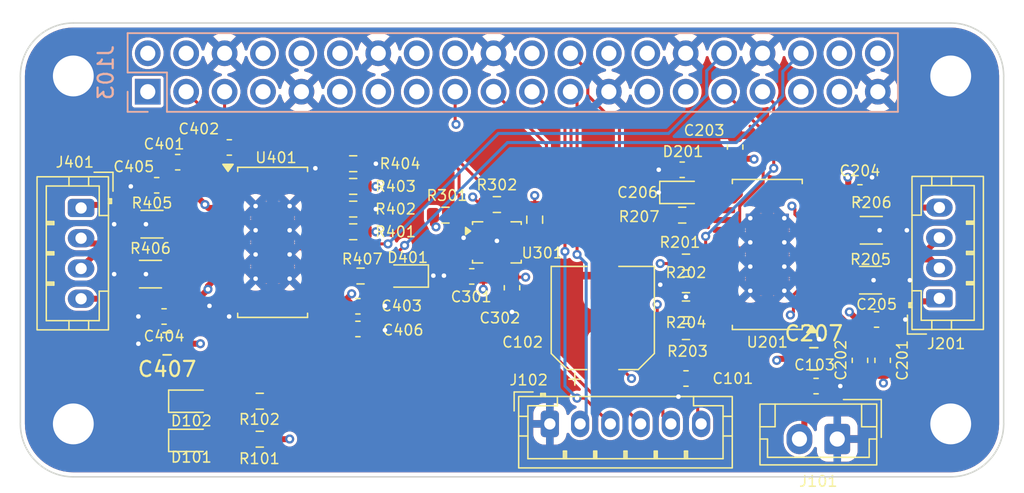
<source format=kicad_pcb>
(kicad_pcb (version 20241229) (generator "pcbnew") (generator_version "9.0")
  (layers (0 "F.Cu" signal) (4 "In1.Cu" signal "In1.Cu - GND") (6 "In2.Cu" signal "In2.Cu - SUPPLY") (2 "B.Cu" signal) (13 "F.Paste" user) (15 "B.Paste" user) (5 "F.SilkS" user "F.Silkscreen") (7 "B.SilkS" user "B.Silkscreen") (1 "F.Mask" user) (3 "B.Mask" user) (25 "Edge.Cuts" user))
  (net 0 "")
  (net 1 "GND")
  (net 2 "+3.3V")
  (net 3 "DIR1")
  (net 4 "SCLK")
  (net 5 "DIR2")
  (net 6 "MISO")
  (net 7 "STEP2")
  (net 8 "MOSI")
  (net 9 "SDA")
  (net 10 "CS")
  (net 11 "SCL")
  (net 12 "VCC")
  (net 13 "STEP1")
  (net 14 "Net-(U201-VCP)")
  (net 15 "Net-(U201-CPI)")
  (net 16 "Net-(U201-CPO)")
  (net 17 "Net-(U201-5VOUT)")
  (net 18 "Net-(U401-VCP)")
  (net 19 "Net-(U401-CPO)")
  (net 20 "Net-(U401-CPI)")
  (net 21 "Net-(U401-5VOUT)")
  (net 22 "Net-(D101-A)")
  (net 23 "Net-(D102-A)")
  (net 24 "Net-(D201-A)")
  (net 25 "Net-(D401-A)")
  (net 46 "Net-(J201-Pin_4)")
  (net 47 "Net-(J201-Pin_3)")
  (net 48 "Net-(J201-Pin_2)")
  (net 49 "Net-(J201-Pin_1)")
  (net 50 "Net-(J401-Pin_3)")
  (net 51 "Net-(J401-Pin_4)")
  (net 52 "Net-(J401-Pin_1)")
  (net 53 "Net-(J401-Pin_2)")
  (net 54 "Net-(U201-MS1)")
  (net 55 "Net-(U201-MS2)")
  (net 56 "Net-(U201-BRA)")
  (net 57 "Net-(U201-BRB)")
  (net 58 "Net-(U201-DIAG)")
  (net 59 "Net-(U301-CS)")
  (net 60 "Net-(U401-MS1)")
  (net 61 "Net-(U401-MS2)")
  (net 62 "Net-(U401-BRA)")
  (net 63 "Net-(U401-BRB)")
  (net 64 "Net-(U401-DIAG)")
  (footprint "Capacitor_SMD:C_0805_2012Metric" (layer "F.Cu") (at 148.95 118.7)
    (property "Reference" "C207")
    (property "Value" "10u")
  )
  (footprint "Resistor_SMD:R_0603_1608Metric" (layer "F.Cu") (at 118.5 108.8)
    (property "Reference" "R402")
    (property "Value" "10K")
  )
  (footprint "LED_SMD:LED_0603_1608Metric" (layer "F.Cu") (at 121.9875 113.225 180)
    (property "Reference" "D401")
    (property "Value" "LED")
  )
  (footprint "Resistor_SMD:R_1206_3216Metric" (layer "F.Cu") (at 152.75 110.2)
    (property "Reference" "R206")
    (property "Value" "220m")
  )
  (footprint "Resistor_SMD:R_0603_1608Metric" (layer "F.Cu") (at 124.6 109.2)
    (property "Reference" "R301")
    (property "Value" "10 K")
  )
  (footprint "Resistor_SMD:R_0603_1608Metric" (layer "F.Cu") (at 140.5 115.4 180)
    (property "Reference" "R204")
    (property "Value" "10K")
  )
  (footprint "Resistor_SMD:R_1206_3216Metric" (layer "F.Cu") (at 105.2 109.8 180)
    (property "Reference" "R405")
    (property "Value" "220m")
  )
  (footprint "Connector_JST:JST_PH_B4B-PH-K_1x04_P2.00mm_Vertical" (layer "F.Cu") (at 157.25 114.7 90)
    (property "Reference" "J201")
    (property "Value" "Conn_01x04")
  )
  (footprint "Resistor_SMD:R_0603_1608Metric" (layer "F.Cu") (at 118.9875 113.225)
    (property "Reference" "R407")
    (property "Value" "1k")
  )
  (footprint "Resistor_SMD:R_0603_1608Metric" (layer "F.Cu") (at 118.5 107.3 180)
    (property "Reference" "R403")
    (property "Value" "R_Small")
  )
  (footprint "Resistor_SMD:R_0603_1608Metric" (layer "F.Cu") (at 130.5 109.5 -90)
    (property "Reference" "R303" (hide yes))
    (property "Value" "10k")
  )
  (footprint "Resistor_SMD:R_0603_1608Metric" (layer "F.Cu") (at 140.25 109.2 180)
    (property "Reference" "R207")
    (property "Value" "1k")
  )
  (footprint "Capacitor_SMD:C_0603_1608Metric" (layer "F.Cu") (at 106.9 105.7)
    (property "Reference" "C401")
    (property "Value" "100n")
  )
  (footprint "Capacitor_SMD:C_0603_1608Metric" (layer "F.Cu") (at 110.3125 104.725 180)
    (property "Reference" "C402")
    (property "Value" "22n")
  )
  (footprint "Capacitor_SMD:CP_Elec_6.3x5.4" (layer "F.Cu") (at 135 116 90)
    (property "Reference" "C102")
    (property "Value" "330u")
  )
  (footprint "Capacitor_SMD:C_0603_1608Metric" (layer "F.Cu") (at 106 115.9 180)
    (property "Reference" "C404")
    (property "Value" "100n")
  )
  (footprint "Capacitor_SMD:C_0603_1608Metric" (layer "F.Cu") (at 153.1 116.1)
    (property "Reference" "C205")
    (property "Value" "100n")
  )
  (footprint "Capacitor_SMD:C_0603_1608Metric" (layer "F.Cu") (at 152 107.7)
    (property "Reference" "C204")
    (property "Value" "100n")
  )
  (footprint "Resistor_SMD:R_0603_1608Metric" (layer "F.Cu") (at 140.5 112.3)
    (property "Reference" "R201")
    (property "Value" "R_Small")
  )
  (footprint "Capacitor_SMD:C_0603_1608Metric" (layer "F.Cu") (at 126.3375 113.25 180)
    (property "Reference" "C301")
    (property "Value" "100nF")
  )
  (footprint "Capacitor_SMD:C_0603_1608Metric" (layer "F.Cu") (at 152 118.8 90)
    (property "Reference" "C202")
    (property "Value" "22n")
  )
  (footprint "Connector_JST:JST_EH_B2B-EH-A_1x02_P2.50mm_Vertical" (layer "F.Cu") (at 150.5 124 180)
    (property "Reference" "J101")
    (property "Value" "Conn_01x02")
  )
  (footprint "LED_SMD:LED_0603_1608Metric" (layer "F.Cu") (at 107.7875 124.09)
    (property "Reference" "D101")
    (property "Value" "LED")
  )
  (footprint "Resistor_SMD:R_1206_3216Metric" (layer "F.Cu") (at 152.7 113.5)
    (property "Reference" "R205")
    (property "Value" "220m")
  )
  (footprint "Connector_JST:JST_PH_B4B-PH-K_1x04_P2.00mm_Vertical" (layer "F.Cu") (at 100.5125 108.725 -90)
    (property "Reference" "J401")
    (property "Value" "Conn_01x04")
  )
  (footprint "Capacitor_SMD:C_0603_1608Metric" (layer "F.Cu") (at 153.5 118.8 90)
    (property "Reference" "C201")
    (property "Value" "100n")
  )
  (footprint "MountingHole:MountingHole_2.7mm_M2.5_Pad" (layer "F.Cu") (at 100 123)
    (property "Reference" "H101" (hide yes))
    (property "Value" "MountingHole_Pad")
  )
  (footprint "Connector_JST:JST_PH_B6B-PH-K_1x06_P2.00mm_Vertical" (layer "F.Cu") (at 131.5 123)
    (property "Reference" "J102")
    (property "Value" "Conn_01x06")
  )
  (footprint "Capacitor_SMD:C_0805_2012Metric" (layer "F.Cu") (at 106.2 117.7 180)
    (property "Reference" "C407")
    (property "Value" "10u")
  )
  (footprint "Resistor_SMD:R_0603_1608Metric" (layer "F.Cu") (at 112.325 124.01 180)
    (property "Reference" "R101")
    (property "Value" "6.8k")
  )
  (footprint "Package_SO:HTSSOP-28-1EP_4.4x9.7mm_P0.65mm_EP2.85x5.4mm_ThermalVias" (layer "F.Cu") (at 113.175 111)
    (property "Reference" "U401")
    (property "Value" "~")
  )
  (footprint "Capacitor_SMD:C_0603_1608Metric" (layer "F.Cu") (at 105.5125 107.225 180)
    (property "Reference" "C405")
    (property "Value" "100n")
  )
  (footprint "MountingHole:MountingHole_2.7mm_M2.5_Pad" (layer "F.Cu") (at 100 100)
    (property "Reference" "H102" (hide yes))
    (property "Value" "MountingHole_Pad")
  )
  (footprint "Resistor_SMD:R_1206_3216Metric" (layer "F.Cu") (at 105.1 113.1 180)
    (property "Reference" "R406")
    (property "Value" "220m")
  )
  (footprint "Capacitor_SMD:C_0603_1608Metric" (layer "F.Cu") (at 140.25 106.2 180)
    (property "Reference" "C206")
    (property "Value" "2u2")
  )
  (footprint "Package_SO:HTSSOP-28-1EP_4.4x9.7mm_P0.65mm_EP2.85x5.4mm_ThermalVias" (layer "F.Cu") (at 145.875 111.8 180)
    (property "Reference" "U201")
    (property "Value" "~")
  )
  (footprint "Capacitor_SMD:C_0603_1608Metric" (layer "F.Cu") (at 118.8125 116.725)
    (property "Reference" "C406")
    (property "Value" "2u2")
  )
  (footprint "MountingHole:MountingHole_2.7mm_M2.5_Pad" (layer "F.Cu") (at 158 123)
    (property "Reference" "H104" (hide yes))
    (property "Value" "MountingHole_Pad")
  )
  (footprint "Capacitor_SMD:C_0603_1608Metric" (layer "F.Cu") (at 143.75 104.7 90)
    (property "Reference" "C203")
    (property "Value" "100n")
  )
  (footprint "Capacitor_SMD:C_0603_1608Metric" (layer "F.Cu") (at 118.8125 115.225)
    (property "Reference" "C403")
    (property "Value" "100n")
  )
  (footprint "Resistor_SMD:R_0603_1608Metric" (layer "F.Cu") (at 140.5 116.9)
    (property "Reference" "R203")
    (property "Value" "R_Small")
  )
  (footprint "LED_SMD:LED_0603_1608Metric" (layer "F.Cu") (at 107.7875 121.5)
    (property "Reference" "D102")
    (property "Value" "LED")
  )
  (footprint "MountingHole:MountingHole_2.7mm_M2.5_Pad" (layer "F.Cu") (at 158 100)
    (property "Reference" "H103" (hide yes))
    (property "Value" "MountingHole_Pad")
  )
  (footprint "Resistor_SMD:R_0603_1608Metric" (layer "F.Cu") (at 118.5 105.8)
    (property "Reference" "R404")
    (property "Value" "10K")
  )
  (footprint "Capacitor_SMD:C_0603_1608Metric" (layer "F.Cu") (at 149.1 120.5)
    (property "Reference" "C103")
    (property "Value" "100n")
  )
  (footprint "Capacitor_SMD:C_0603_1608Metric" (layer "F.Cu") (at 140.5 120)
    (property "Reference" "C101")
    (property "Value" "100n")
  )
  (footprint "Capacitor_SMD:C_0603_1608Metric" (layer "F.Cu") (at 129 114 90)
    (property "Reference" "C302")
    (property "Value" "100nF")
  )
  (footprint "Resistor_SMD:R_0603_1608Metric" (layer "F.Cu") (at 128 108.5)
    (property "Reference" "R302")
    (property "Value" "10K")
  )
  (footprint "Package_LGA:LGA-14_3x2.5mm_P0.5mm_LayoutBorder3x4y" (layer "F.Cu") (at 128 111)
    (property "Reference" "U301")
    (property "Value" "LSM6DSOX")
  )
  (footprint "Resistor_SMD:R_0603_1608Metric" (layer "F.Cu") (at 140.5 113.8 180)
    (property "Reference" "R202")
    (property "Value" "10K")
  )
  (footprint "Resistor_SMD:R_0603_1608Metric" (layer "F.Cu") (at 118.5 110.3 180)
    (property "Reference" "R401")
    (property "Value" "R_Small")
  )
  (footprint "LED_SMD:LED_0603_1608Metric" (layer "F.Cu") (at 140.25 107.7)
    (property "Reference" "D201")
    (property "Value" "LED")
  )
  (footprint "Resistor_SMD:R_0603_1608Metric" (layer "F.Cu") (at 112.325 121.5 180)
    (property "Reference" "R102")
    (property "Value" "6.8k")
  )
  (footprint "Connector_PinSocket_2.54mm:PinSocket_2x20_P2.54mm_Vertical" (layer "B.Cu") (at 104.92 101.04 -90)
    (property "Reference" "J103")
    (property "Value" "Rpi 2W Zéro")
  )
  (gr_arc (start 161.5 123) (mid 160.474874 125.474874) (end 158 126.5) (stroke (width 0.1)) (layer "Edge.Cuts"))
  (gr_line (start 158 126.5) (end 100 126.5) (stroke (width 0.1)) (layer "Edge.Cuts"))
  (gr_arc (start 96.5 100) (mid 97.525126 97.525126) (end 100 96.5) (stroke (width 0.1)) (layer "Edge.Cuts"))
  (gr_line (start 161.5 100) (end 161.5 123) (stroke (width 0.1)) (layer "Edge.Cuts"))
  (gr_line (start 96.5 123) (end 96.5 100) (stroke (width 0.1)) (layer "Edge.Cuts"))
  (gr_arc (start 158 96.5) (mid 160.474874 97.525126) (end 161.5 100) (stroke (width 0.1)) (layer "Edge.Cuts"))
  (gr_line (start 100 96.5) (end 158 96.5) (stroke (width 0.1)) (layer "Edge.Cuts"))
  (gr_arc (start 100 126.5) (mid 97.525126 125.474874) (end 96.5 123) (stroke (width 0.1)) (layer "Edge.Cuts"))
  (segment (start 119.325 105.8) (end 120 105.8) (width 0.2) (layer "F.Cu") (net 1))
  (segment (start 143.0125 111.475) (end 145.55 111.475) (width 0.2) (layer "F.Cu") (net 1))
  (segment (start 140.5 114.6) (end 140.475 114.6) (width 0.2) (layer "F.Cu") (net 1))
  (segment (start 145.55 111.475) (end 145.875 111.8) (width 0.2) (layer "F.Cu") (net 1))
  (segment (start 140.475 114.6) (end 139.675 115.4) (width 0.2) (layer "F.Cu") (net 1))
  (segment (start 154.2125 110.2) (end 155.1 110.2) (width 0.2) (layer "F.Cu") (net 1))
  (segment (start 139.725 120) (end 139.725 120.925) (width 0.2) (layer "F.Cu") (net 1))
  (segment (start 105.225 115.9) (end 104.3 115.9) (width 0.4) (layer "F.Cu") (net 1))
  (segment (start 139.5 117.825) (end 139.5 117.9) (width 0.2) (layer "F.Cu") (net 1))
  (segment (start 154.2125 110.2) (end 153.3 110.2) (width 0.2) (layer "F.Cu") (net 1))
  (segment (start 119.325 108.8) (end 120 108.8) (width 0.2) (layer "F.Cu") (net 1))
  (segment (start 139.425 107.7375) (end 139.4625 107.7) (width 0.2) (layer "F.Cu") (net 1))
  (segment (start 113.5 111.325) (end 113.175 111) (width 0.2) (layer "F.Cu") (net 1))
  (segment (start 154.1625 113.5) (end 155.3 113.5) (width 0.4) (layer "F.Cu") (net 1))
  (segment (start 152.775 107.7) (end 152.775 106.725) (width 0.4) (layer "F.Cu") (net 1))
  (segment (start 116.0375 111.325) (end 113.5 111.325) (width 0.2) (layer "F.Cu") (net 1))
  (segment (start 153.875 116.1) (end 155 116.1) (width 0.4) (layer "F.Cu") (net 1))
  (segment (start 105.25 117.7) (end 104.3 117.7) (width 0.2) (layer "F.Cu") (net 1))
  (segment (start 103.6375 113.1) (end 102.7 113.1) (width 0.4) (layer "F.Cu") (net 1))
  (segment (start 149.9 118) (end 149.3 117.4) (width 0.2) (layer "F.Cu") (net 1))
  (segment (start 149.875 120.5) (end 150.7 120.5) (width 0.2) (layer "F.Cu") (net 1))
  (segment (start 139.725 120.925) (end 140 121.2) (width 0.2) (layer "F.Cu") (net 1))
  (segment (start 154.1625 113.5) (end 152.9 113.5) (width 0.4) (layer "F.Cu") (net 1))
  (segment (start 116.0375 106.1375) (end 116 106.1) (width 0.2) (layer "F.Cu") (net 1))
  (segment (start 139.475 106.2) (end 138.7 106.2) (width 0.2) (layer "F.Cu") (net 1))
  (segment (start 103.7375 109.8) (end 104.8 109.8) (width 0.4) (layer "F.Cu") (net 1))
  (segment (start 139.4625 107.7) (end 138.7 107.7) (width 0.2) (layer "F.Cu") (net 1))
  (segment (start 103.6375 113.1) (end 104.8 113.1) (width 0.4) (layer "F.Cu") (net 1))
  (segment (start 152.775 106.725) (end 152.8 106.7) (width 0.4) (layer "F.Cu") (net 1))
  (segment (start 149.9 118.7) (end 149.9 118) (width 0.2) (layer "F.Cu") (net 1))
  (segment (start 139.675 113.8) (end 138.8 113.8) (width 0.2) (layer "F.Cu") (net 1))
  (segment (start 103.7375 109.8) (end 102.7 109.8) (width 0.4) (layer "F.Cu") (net 1))
  (segment (start 116.0375 106.775) (end 116.0375 106.1375) (width 0.2) (layer "F.Cu") (net 1))
  (via (at 152.8 106.7) (size 0.6) (drill 0.3) (layers "F.Cu" "B.Cu") (net 1))
  (via (at 155.3 113.5) (size 0.6) (drill 0.3) (layers "F.Cu" "B.Cu") (net 1))
  (via (at 149.3 117.4) (size 0.6) (drill 0.3) (layers "F.Cu" "B.Cu") (net 1))
  (via (at 138.7 107.7) (size 0.6) (drill 0.3) (layers "F.Cu" "B.Cu") (net 1))
  (via (at 138.8 113.8) (size 0.6) (drill 0.3) (layers "F.Cu" "B.Cu") (net 1))
  (via (at 110.3 115.9) (size 0.6) (drill 0.3) (layers "F.Cu" "B.Cu") (net 1))
  (via (at 120.6 116.8) (size 0.6) (drill 0.3) (layers "F.Cu" "B.Cu") (net 1))
  (via (at 129 115.6) (size 0.6) (drill 0.3) (layers "F.Cu" "B.Cu") (net 1))
  (via (at 120 105.8) (size 0.6) (drill 0.3) (layers "F.Cu" "B.Cu") (net 1))
  (via (at 116 106.1) (size 0.6) (drill 0.3) (layers "F.Cu" "B.Cu") (net 1))
  (via (at 104.3 117.7) (size 0.6) (drill 0.3) (layers "F.Cu" "B.Cu") (net 1))
  (via (at 153.3 110.2) (size 0.6) (drill 0.3) (layers "F.Cu" "B.Cu") (net 1))
  (via (at 155.1 110.2) (size 0.6) (drill 0.3) (layers "F.Cu" "B.Cu") (net 1))
  (via (at 155 116.1) (size 0.6) (drill 0.3) (layers "F.Cu" "B.Cu") (net 1))
  (via (at 152.9 113.5) (size 0.6) (drill 0.3) (layers "F.Cu" "B.Cu") (net 1))
  (via (at 104.8 109.8) (size 0.6) (drill 0.3) (layers "F.Cu" "B.Cu") (net 1))
  (via (at 128 110.9) (size 0.6) (drill 0.3) (layers "F.Cu" "B.Cu") (net 1))
  (via (at 140 121.2) (size 0.6) (drill 0.3) (layers "F.Cu" "B.Cu") (net 1))
  (via (at 104.8 113.1) (size 0.6) (drill 0.3) (layers "F.Cu" "B.Cu") (net 1))
  (via (at 123.8 113.2) (size 0.6) (drill 0.3) (layers "F.Cu" "B.Cu") (net 1))
  (via (at 138.7 106.2) (size 0.6) (drill 0.3) (layers "F.Cu" "B.Cu") (net 1))
  (via (at 120 108.8) (size 0.6) (drill 0.3) (layers "F.Cu" "B.Cu") (net 1))
  (via (at 125.8 110.7) (size 0.6) (drill 0.3) (layers "F.Cu" "B.Cu") (net 1))
  (via (at 102.7 109.8) (size 0.6) (drill 0.3) (layers "F.Cu" "B.Cu") (net 1))
  (via (at 150.7 120.5) (size 0.6) (drill 0.3) (layers "F.Cu" "B.Cu") (net 1))
  (via (at 104.3 115.9) (size 0.6) (drill 0.3) (layers "F.Cu" "B.Cu") (net 1))
  (via (at 140.5 114.6) (size 0.6) (drill 0.3) (layers "F.Cu" "B.Cu") (net 1))
  (via (at 120.6 115.2) (size 0.6) (drill 0.3) (layers "F.Cu" "B.Cu") (net 1))
  (via (at 124.5 113.2) (size 0.6) (drill 0.3) (layers "F.Cu" "B.Cu") (net 1))
  (via (at 103.8 107.3) (size 0.6) (drill 0.3) (layers "F.Cu" "B.Cu") (net 1))
  (via (at 102.7 113.1) (size 0.6) (drill 0.3) (layers "F.Cu" "B.Cu") (net 1))
  (via (at 109 115.2) (size 0.6) (drill 0.3) (layers "F.Cu" "B.Cu") (net 1))
  (segment (start 139.575 112.4) (end 139.675 112.3) (width 0.2) (layer "F.Cu") (net 2))
  (segment (start 118.0375 114.7625) (end 118.4 114.4) (width 0.4) (layer "F.Cu") (net 2))
  (segment (start 138.6 118.114064) (end 138.6 117) (width 0.2) (layer "F.Cu") (net 2))
  (segment (start 130.5 108.675) (end 130.5 107.9) (width 0.2) (layer "F.Cu") (net 2))
  (segment (start 129.1625 111.75) (end 129.1625 113.0625) (width 0.2) (layer "F.Cu") (net 2))
  (segment (start 116.0375 114.575) (end 115.300001 114.575) (width 0.4) (layer "F.Cu") (net 2))
  (segment (start 141.275 120) (end 140.499 119.224) (width 0.2) (layer "F.Cu") (net 2))
  (segment (start 125.24 101.04) (end 125.24 103.14) (width 0.2) (layer "F.Cu") (net 2))
  (segment (start 127.175 108.5) (end 126.9 108.5) (width 0.2) (layer "F.Cu") (net 2))
  (segment (start 127.1125 114.0875) (end 127.1 114.1) (width 0.2) (layer "F.Cu") (net 2))
  (segment (start 129.9 113.3) (end 129.3 113.3) (width 0.2) (layer "F.Cu") (net 2))
  (segment (start 138.7 116.9) (end 138.6 117) (width 0.2) (layer "F.Cu") (net 2))
  (segment (start 123.775 109.775) (end 123.974265 109.974265) (width 0.4) (layer "F.Cu") (net 2))
  (segment (start 138.6 117) (end 138.6 115.1) (width 0.2) (layer "F.Cu") (net 2))
  (segment (start 129.225 113.225) (end 129 113.225) (width 0.2) (layer "F.Cu") (net 2))
  (segment (start 141.275 120) (end 141.275 122.775) (width 0.2) (layer "F.Cu") (net 2))
  (segment (start 144.051 105.776) (end 143.75 105.475) (width 0.4) (layer "F.Cu") (net 2))
  (segment (start 144.975 105.475) (end 145 105.5) (width 0.4) (layer "F.Cu") (net 2))
  (segment (start 123.775 109.2) (end 123.775 109.775) (width 0.4) (layer "F.Cu") (net 2))
  (segment (start 143.0125 108.225) (end 143.66987 108.225) (width 0.4) (layer "F.Cu") (net 2))
  (segment (start 125.24 101.04) (end 125.24 101.76) (width 0.1) (layer "F.Cu") (net 2))
  (segment (start 116.0375 114.575) (end 117.3875 114.575) (width 0.4) (layer "F.Cu") (net 2))
  (segment (start 141.5 120.225) (end 141.275 120) (width 0.1) (layer "F.Cu") (net 2))
  (segment (start 129.1625 113.0625) (end 129 113.225) (width 0.2) (layer "F.Cu") (net 2))
  (segment (start 117.3875 114.575) (end 118.0375 115.225) (width 0.4) (layer "F.Cu") (net 2))
  (segment (start 113.15 116.725001) (end 113.15 121.5) (width 0.4) (layer "F.Cu") (net 2))
  (segment (start 140.499 119.224) (end 139.709936 119.224) (width 0.2) (layer "F.Cu") (net 2))
  (segment (start 129.3 113.3) (end 129.225 113.225) (width 0.2) (layer "F.Cu") (net 2))
  (segment (start 139.675 116.9) (end 138.7 116.9) (width 0.2) (layer "F.Cu") (net 2))
  (segment (start 141.275 122.775) (end 141.5 123) (width 0.2) (layer "F.Cu") (net 2))
  (segment (start 118.0375 115.225) (end 118.0375 114.7625) (width 0.4) (layer "F.Cu") (net 2))
  (segment (start 115.300001 114.575) (end 113.15 116.725001) (width 0.4) (layer "F.Cu") (net 2))
  (segment (start 144.051 107.84387) (end 144.051 105.776) (width 0.4) (layer "F.Cu") (net 2))
  (segment (start 143.66987 108.225) (end 144.051 107.84387) (width 0.4) (layer "F.Cu") (net 2))
  (segment (start 127.1125 113.25) (end 127.1125 114.0875) (width 0.2) (layer "F.Cu") (net 2))
  (segment (start 119.325 107.3) (end 120 107.3) (width 0.2) (layer "F.Cu") (net 2))
  (segment (start 127.5 111.9125) (end 127.5 112.8625) (width 0.2) (layer "F.Cu") (net 2))
  (segment (start 127.5 112.8625) (end 127.1125 113.25) (width 0.2) (layer "F.Cu") (net 2))
  (segment (start 139.709936 119.224) (end 138.6 118.114064) (width 0.2) (layer "F.Cu") (net 2))
  (segment (start 143.75 105.475) (end 144.975 105.475) (width 0.4) (layer "F.Cu") (net 2))
  (segment (start 119.325 110.3) (end 120 110.3) (width 0.2) (layer "F.Cu") (net 2))
  (segment (start 138.8 112.4) (end 139.575 112.4) (width 0.2) (layer "F.Cu") (net 2))
  (segment (start 125.24 103.14) (end 125.3 103.2) (width 0.2) (layer "F.Cu") (net 2))
  (segment (start 126.9 108.5) (end 126.4 108) (width 0.2) (layer "F.Cu") (net 2))
  (via (at 120 107.3) (size 0.6) (drill 0.3) (layers "F.Cu" "B.Cu") (net 2))
  (via (at 120 110.3) (size 0.6) (drill 0.3) (layers "F.Cu" "B.Cu") (net 2))
  (via (at 123.974265 109.974265) (size 0.6) (drill 0.3) (layers "F.Cu" "B.Cu") (net 2))
  (via (at 127.1 114.1) (size 0.6) (drill 0.3) (layers "F.Cu" "B.Cu") (net 2))
  (via (at 145 105.5) (size 0.6) (drill 0.3) (layers "F.Cu" "B.Cu") (net 2))
  (via (at 129.9 113.3) (size 0.6) (drill 0.3) (layers "F.Cu" "B.Cu") (net 2))
  (via (at 118.4 114.4) (size 0.6) (drill 0.3) (layers "F.Cu" "B.Cu") (net 2))
  (via (at 138.6 115.1) (size 0.6) (drill 0.3) (layers "F.Cu" "B.Cu") (net 2))
  (via (at 125.3 103.2) (size 0.6) (drill 0.3) (layers "F.Cu" "B.Cu") (net 2))
  (via (at 130.5 107.9) (size 0.6) (drill 0.3) (layers "F.Cu" "B.Cu") (net 2))
  (via (at 138.8 112.4) (size 0.6) (drill 0.3) (layers "F.Cu" "B.Cu") (net 2))
  (via (at 126.4 108) (size 0.6) (drill 0.3) (layers "F.Cu" "B.Cu") (net 2))
  (segment (start 116.0375 111.975) (end 121.125 111.975) (width 0.2) (layer "F.Cu") (net 3))
  (segment (start 121.125 111.975) (end 121.9 111.2) (width 0.2) (layer "F.Cu") (net 3))
  (via (at 121.9 111.2) (size 0.6) (drill 0.3) (layers "F.Cu" "B.Cu") (net 3))
  (segment (start 121.9 111.2) (end 128.699 104.401) (width 0.2) (layer "B.Cu") (net 3))
  (segment (start 146.9 101.32776) (end 146.9 99.7) (width 0.2) (layer "B.Cu") (net 3))
  (segment (start 146.9 99.7) (end 148.1 98.5) (width 0.2) (layer "B.Cu") (net 3))
  (segment (start 128.699 104.401) (end 143.82676 104.401) (width 0.2) (layer "B.Cu") (net 3))
  (segment (start 143.82676 104.401) (end 146.9 101.32776) (width 0.2) (layer "B.Cu") (net 3))
  (segment (start 132.86 101.04) (end 133.3 101.48) (width 0.2) (layer "F.Cu") (net 4))
  (segment (start 133.3 101.48) (end 133.3 111.8) (width 0.2) (layer "F.Cu") (net 4))
  (via (at 133.3 111.8) (size 0.6) (drill 0.3) (layers "F.Cu" "B.Cu") (net 4))
  (segment (start 133.901 122.599) (end 133.5 123) (width 0.2) (layer "B.Cu") (net 4))
  (segment (start 133.3 111.8) (end 133.901 112.401) (width 0.2) (layer "B.Cu") (net 4))
  (segment (start 133.901 112.401) (end 133.901 122.599) (width 0.2) (layer "B.Cu") (net 4))
  (segment (start 143.02 101.04) (end 145.601 103.621) (width 0.2) (layer "F.Cu") (net 5))
  (segment (start 143.66987 110.825) (end 143.0125 110.825) (width 0.2) (layer "F.Cu") (net 5))
  (segment (start 145.601 107.05613) (end 144.051 108.60613) (width 0.2) (layer "F.Cu") (net 5))
  (segment (start 144.051 108.60613) (end 144.051 110.44387) (width 0.2) (layer "F.Cu") (net 5))
  (segment (start 145.601 103.621) (end 145.601 107.05613) (width 0.2) (layer "F.Cu") (net 5))
  (segment (start 144.051 110.44387) (end 143.66987 110.825) (width 0.2) (layer "F.Cu") (net 5))
  (segment (start 133.3 121.3) (end 133.8 121.3) (width 0.2) (layer "F.Cu") (net 6))
  (segment (start 133.8 121.3) (end 135.5 123) (width 0.2) (layer "F.Cu") (net 6))
  (segment (start 130.32 101.04) (end 132.5 103.22) (width 0.2) (layer "F.Cu") (net 6))
  (segment (start 132.5 103.22) (end 132.5 111.6) (width 0.2) (layer "F.Cu") (net 6))
  (via (at 133.3 121.3) (size 0.6) (drill 0.3) (layers "F.Cu" "B.Cu") (net 6))
  (via (at 132.5 111.6) (size 0.6) (drill 0.3) (layers "F.Cu" "B.Cu") (net 6))
  (segment (start 133.3 121.3) (end 133.301 121.301) (width 0.2) (layer "B.Cu") (net 6))
  (segment (start 132.5 111.6) (end 132.5 120.5) (width 0.2) (layer "B.Cu") (net 6))
  (segment (start 132.5 120.5) (end 133.3 121.3) (width 0.2) (layer "B.Cu") (net 6))
  (segment (start 142.497642 112.125) (end 141.8 111.427358) (width 0.2) (layer "F.Cu") (net 7))
  (segment (start 143.0125 112.125) (end 142.497642 112.125) (width 0.2) (layer "F.Cu") (net 7))
  (segment (start 141.8 110.6) (end 141.7 110.7) (width 0.2) (layer "F.Cu") (net 7))
  (segment (start 146.3 101.78) (end 146.3 106.1) (width 0.2) (layer "F.Cu") (net 7))
  (segment (start 141.8 111.427358) (end 141.8 110.6) (width 0.2) (layer "F.Cu") (net 7))
  (segment (start 145.56 101.04) (end 146.3 101.78) (width 0.2) (layer "F.Cu") (net 7))
  (via (at 141.8 110.6) (size 0.6) (drill 0.3) (layers "F.Cu" "B.Cu") (net 7))
  (via (at 146.3 106.1) (size 0.6) (drill 0.3) (layers "F.Cu" "B.Cu") (net 7))
  (segment (start 141.8 110.6) (end 146.3 106.1) (width 0.2) (layer "B.Cu") (net 7))
  (segment (start 135.125397 121.825397) (end 136.325397 121.825397) (width 0.2) (layer "F.Cu") (net 8))
  (segment (start 136.325397 121.825397) (end 137.5 123) (width 0.2) (layer "F.Cu") (net 8))
  (segment (start 127.78 101.04) (end 131.276 104.536) (width 0.2) (layer "F.Cu") (net 8))
  (segment (start 131.276 117.976) (end 135.125397 121.825397) (width 0.2) (layer "F.Cu") (net 8))
  (segment (start 131.276 104.536) (end 131.276 117.976) (width 0.2) (layer "F.Cu") (net 8))
  (segment (start 123.245964 103.949) (end 125.5 106.203036) (width 0.2) (layer "F.Cu") (net 9))
  (segment (start 127.5 110.048152) (end 127.5 110.0875) (width 0.2) (layer "F.Cu") (net 9))
  (segment (start 107.46 101.04) (end 110.369 103.949) (width 0.2) (layer "F.Cu") (net 9))
  (segment (start 126.626848 109.175) (end 127.175924 109.724076) (width 0.2) (layer "F.Cu") (net 9))
  (segment (start 125.5 109.175) (end 126.626848 109.175) (width 0.2) (layer "F.Cu") (net 9))
  (segment (start 110.369 103.949) (end 123.245964 103.949) (width 0.2) (layer "F.Cu") (net 9))
  (segment (start 127.175924 109.724076) (end 127.5 110.048152) (width 0.2) (layer "F.Cu") (net 9))
  (segment (start 125.5 106.203036) (end 125.5 109.175) (width 0.2) (layer "F.Cu") (net 9))
  (segment (start 136.101 103.36876) (end 134.011 101.27876) (width 0.2) (layer "F.Cu") (net 10))
  (segment (start 134.011 101.27876) (end 134.011 99.651) (width 0.2) (layer "F.Cu") (net 10))
  (segment (start 134.011 99.651) (end 132.86 98.5) (width 0.2) (layer "F.Cu") (net 10))
  (segment (start 138.974 119.055164) (end 136.101 116.182164) (width 0.2) (layer "F.Cu") (net 10))
  (segment (start 139.5 123) (end 138.974 122.474) (width 0.2) (layer "F.Cu") (net 10))
  (segment (start 138.974 122.474) (end 138.974 119.055164) (width 0.2) (layer "F.Cu") (net 10))
  (segment (start 136.101 116.182164) (end 136.101 103.36876) (width 0.2) (layer "F.Cu") (net 10))
  (segment (start 127.164064 107.3) (end 128.3 107.3) (width 0.2) (layer "F.Cu") (net 11))
  (segment (start 128.3 107.3) (end 128.825 107.825) (width 0.2) (layer "F.Cu") (net 11))
  (segment (start 128.825 108.5) (end 128 109.325) (width 0.2) (layer "F.Cu") (net 11))
  (segment (start 110 101.04) (end 110 102.948) (width 0.2) (layer "F.Cu") (net 11))
  (segment (start 110 102.948) (end 110.6 103.548) (width 0.2) (layer "F.Cu") (net 11))
  (segment (start 128.825 107.825) (end 128.825 108.5) (width 0.2) (layer "F.Cu") (net 11))
  (segment (start 110.6 103.548) (end 123.412064 103.548) (width 0.2) (layer "F.Cu") (net 11))
  (segment (start 123.412064 103.548) (end 127.164064 107.3) (width 0.2) (layer "F.Cu") (net 11))
  (segment (start 128 109.325) (end 128 110.0875) (width 0.2) (layer "F.Cu") (net 11))
  (segment (start 107.1 115.9) (end 108.9 114.1) (width 0.4) (layer "F.Cu") (net 12))
  (segment (start 153.5 120.25) (end 153.55 120.3) (width 0.2) (layer "F.Cu") (net 12))
  (segment (start 108.9 114.1) (end 108.9 113.888708) (width 0.4) (layer "F.Cu") (net 12))
  (segment (start 135 118.8) (end 135.7 118.8) (width 0.2) (layer "F.Cu") (net 12))
  (segment (start 151.8 116.1) (end 151.3 115.6) (width 0.4) (layer "F.Cu") (net 12))
  (segment (start 148.7375 114.075) (end 148.000001 114.075) (width 0.2) (layer "F.Cu") (net 12))
  (segment (start 114.29 124.01) (end 114.3 124) (width 0.4) (layer "F.Cu") (net 12))
  (segment (start 110.3125 108.725) (end 108.925 108.725) (width 0.4) (layer "F.Cu") (net 12))
  (segment (start 148 118.7) (end 146.6 118.7) (width 0.4) (layer "F.Cu") (net 12))
  (segment (start 146.6 118.7) (end 146.5 118.8) (width 0.4) (layer "F.Cu") (net 12))
  (segment (start 151.225 107.7) (end 151.225 106.725) (width 0.4) (layer "F.Cu") (net 12))
  (segment (start 107.15 117.7) (end 108.4 117.7) (width 0.4) (layer "F.Cu") (net 12))
  (segment (start 106.2875 105.8625) (end 106.125 105.7) (width 0.4) (layer "F.Cu") (net 12))
  (segment (start 109.513708 113.275) (end 110.3125 113.275) (width 0.4) (layer "F.Cu") (net 12))
  (segment (start 106.2875 107.225) (end 107.425 107.225) (width 0.4) (layer "F.Cu") (net 12))
  (segment (start 106.775 115.9) (end 107.1 115.9) (width 0.4) (layer "F.Cu") (net 12))
  (segment (start 108.925 108.725) (end 108.7 108.5) (width 0.4) (layer "F.Cu") (net 12))
  (segment (start 148.325 120.5) (end 148.325 123.675) (width 0.4) (layer "F.Cu") (net 12))
  (segment (start 147.699 109.14387) (end 147.699 108.799) (width 0.2) (layer "F.Cu") (net 12))
  (segment (start 153.5 119.575) (end 153.5 120.25) (width 0.2) (layer "F.Cu") (net 12))
  (segment (start 147.601 114.474001) (end 147.601 115.599) (width 0.2) (layer "F.Cu") (net 12))
  (segment (start 152.325 116.1) (end 151.8 116.1) (width 0.4) (layer "F.Cu") (net 12))
  (segment (start 147.699 108.799) (end 147.5 108.6) (width 0.2) (layer "F.Cu") (net 12))
  (segment (start 148.7375 109.525) (end 148.08013 109.525) (width 0.2) (layer "F.Cu") (net 12))
  (segment (start 108.9 113.888708) (end 109.513708 113.275) (width 0.4) (layer "F.Cu") (net 12))
  (segment (start 135.7 118.8) (end 136.9 120) (width 0.2) (layer "F.Cu") (net 12))
  (segment (start 148.08013 109.525) (end 147.699 109.14387) (width 0.2) (layer "F.Cu") (net 12))
  (segment (start 113.15 124.01) (end 114.29 124.01) (width 0.4) (layer "F.Cu") (net 12))
  (segment (start 107.425 107.225) (end 108.7 108.5) (width 0.4) (layer "F.Cu") (net 12))
  (segment (start 151.225 106.725) (end 151.2 106.7) (width 0.4) (layer "F.Cu") (net 12))
  (segment (start 108.9 113.950001) (end 108.9 114.1) (width 0.2) (layer "F.Cu") (net 12))
  (segment (start 148.000001 114.075) (end 147.601 114.474001) (width 0.2) (layer "F.Cu") (net 12))
  (segment (start 148.325 123.675) (end 148 124) (width 0.4) (layer "F.Cu") (net 12))
  (segment (start 147.601 115.599) (end 147.4 115.8) (width 0.2) (layer "F.Cu") (net 12))
  (segment (start 148.7375 109.525) (end 149.474999 109.525) (width 0.2) (layer "F.Cu") (net 12))
  (segment (start 106.2875 107.225) (end 106.2875 105.8625) (width 0.4) (layer "F.Cu") (net 12))
  (via (at 151.2 106.7) (size 0.6) (drill 0.3) (layers "F.Cu" "B.Cu") (net 12))
  (via (at 147.4 115.8) (size 0.6) (drill 0.3) (layers "F.Cu" "B.Cu") (net 12))
  (via (at 146.5 118.8) (size 0.6) (drill 0.3) (layers "F.Cu" "B.Cu") (net 12))
  (via (at 108.7 108.5) (size 0.6) (drill 0.3) (layers "F.Cu" "B.Cu") (net 12))
  (via (at 147.5 108.6) (size 0.6) (drill 0.3) (layers "F.Cu" "B.Cu") (net 12))
  (via (at 153.55 120.3) (size 0.6) (drill 0.3) (layers "F.Cu" "B.Cu") (net 12))
  (via (at 108.9 114.1) (size 0.6) (drill 0.3) (layers "F.Cu" "B.Cu") (net 12))
  (via (at 108.4 117.7) (size 0.6) (drill 0.3) (layers "F.Cu" "B.Cu") (net 12))
  (via (at 151.3 115.6) (size 0.6) (drill 0.3) (layers "F.Cu" "B.Cu") (net 12))
  (via (at 114.3 124) (size 0.6) (drill 0.3) (layers "F.Cu" "B.Cu") (net 12))
  (via (at 136.9 120) (size 0.6) (drill 0.3) (layers "F.Cu" "B.Cu") (net 12))
  (segment (start 117.199999 111.1) (end 116.774999 110.675) (width 0.2) (layer "F.Cu") (net 13))
  (segment (start 120.8 111.1) (end 117.199999 111.1) (width 0.2) (layer "F.Cu") (net 13))
  (segment (start 116.774999 110.675) (end 116.0375 110.675) (width 0.2) (layer "F.Cu") (net 13))
  (via (at 120.8 111.1) (size 0.6) (drill 0.3) (layers "F.Cu" "B.Cu") (net 13))
  (segment (start 139.34776 103.8) (end 141.869 101.27876) (width 0.2) (layer "B.Cu") (net 13))
  (segment (start 120.8 111.1) (end 128.1 103.8) (width 0.2) (layer "B.Cu") (net 13))
  (segment (start 141.869 101.27876) (end 141.869 99.651) (width 0.2) (layer "B.Cu") (net 13))
  (segment (start 141.869 99.651) (end 143.02 98.5) (width 0.2) (layer "B.Cu") (net 13))
  (segment (start 128.1 103.8) (end 139.34776 103.8) (width 0.2) (layer "B.Cu") (net 13))
  (segment (start 148.7375 114.725) (end 149.645768 114.725) (width 0.2) (layer "F.Cu") (net 14))
  (segment (start 149.645768 114.725) (end 151.720768 116.8) (width 0.2) (layer "F.Cu") (net 14))
  (segment (start 152.9 116.8) (end 153.5 117.4) (width 0.2) (layer "F.Cu") (net 14))
  (segment (start 153.5 117.4) (end 153.5 118.025) (width 0.2) (layer "F.Cu") (net 14))
  (segment (start 151.720768 116.8) (end 152.9 116.8) (width 0.2) (layer "F.Cu") (net 14))
  (segment (start 152 117.50491) (end 152 118.025) (width 0.2) (layer "F.Cu") (net 15))
  (segment (start 149.87009 115.375) (end 152 117.50491) (width 0.2) (layer "F.Cu") (net 15))
  (segment (start 148.7375 115.375) (end 149.87009 115.375) (width 0.2) (layer "F.Cu") (net 15))
  (segment (start 152 119.2875) (end 152 119.575) (width 0.2) (layer "F.Cu") (net 16))
  (segment (start 148.7375 116.025) (end 152 119.2875) (width 0.2) (layer "F.Cu") (net 16))
  (segment (start 141.6375 106.2) (end 143.0125 107.575) (width 0.2) (layer "F.Cu") (net 17))
  (segment (start 141.025 106.2) (end 141.6375 106.2) (width 0.2) (layer "F.Cu") (net 17))
  (segment (start 110.3125 108.075) (end 109.175 108.075) (width 0.2) (layer "F.Cu") (net 18))
  (segment (start 109.175 108.075) (end 107.675 106.575) (width 0.2) (layer "F.Cu") (net 18))
  (segment (start 107.675 106.575) (end 107.675 105.7) (width 0.2) (layer "F.Cu") (net 18))
  (segment (start 110.3125 106.775) (end 111.0875 106) (width 0.2) (layer "F.Cu") (net 19))
  (segment (start 111.0875 106) (end 111.0875 104.725) (width 0.2) (layer "F.Cu") (net 19))
  (segment (start 110.3125 107.425) (end 109.65513 107.425) (width 0.2) (layer "F.Cu") (net 20))
  (segment (start 109.5375 104.725) (end 109.324 104.9385) (width 0.1) (layer "F.Cu") (net 20))
  (segment (start 109.65513 107.425) (end 109.274 107.04387) (width 0.2) (layer "F.Cu") (net 20))
  (segment (start 109.274 104.9885) (end 109.5375 104.725) (width 0.2) (layer "F.Cu") (net 20))
  (segment (start 109.575001 107.425) (end 110.3125 107.425) (width 0.1) (layer "F.Cu") (net 20))
  (segment (start 109.274 107.04387) (end 109.274 104.9885) (width 0.2) (layer "F.Cu") (net 20))
  (segment (start 117.5375 116.725) (end 118.0375 116.725) (width 0.2) (layer "F.Cu") (net 21))
  (segment (start 116.0375 115.225) (end 117.5375 116.725) (width 0.2) (layer "F.Cu") (net 21))
  (segment (start 108.575 124.09) (end 111.42 124.09) (width 0.2) (layer "F.Cu") (net 22))
  (segment (start 111.42 124.09) (end 111.5 124.01) (width 0.2) (layer "F.Cu") (net 22))
  (segment (start 111.5 121.5) (end 108.575 121.5) (width 0.2) (layer "F.Cu") (net 23))
  (segment (start 139.5375 109.2) (end 141.0375 107.7) (width 0.2) (layer "F.Cu") (net 24))
  (segment (start 139.425 109.2) (end 139.5375 109.2) (width 0.2) (layer "F.Cu") (net 24))
  (segment (start 119.8125 113.225) (end 121.2 113.225) (width 0.2) (layer "F.Cu") (net 25))
  (segment (start 150.3 109.8) (end 149.925 110.175) (width 0.4) (layer "F.Cu") (net 46))
  (segment (start 150.3 109.32242) (end 150.3 109.8) (width 0.4) (layer "F.Cu") (net 46))
  (segment (start 150.92242 108.7) (end 150.3 109.32242) (width 0.4) (layer "F.Cu") (net 46))
  (segment (start 157.25 108.7) (end 150.92242 108.7) (width 0.4) (layer "F.Cu") (net 46))
  (segment (start 149.925 110.175) (end 148.7375 110.175) (width 0.4) (layer "F.Cu") (net 46))
  (segment (start 148.7375 111.475) (end 156.475 111.475) (width 0.4) (layer "F.Cu") (net 47))
  (segment (start 156.475 111.475) (end 157.25 110.7) (width 0.4) (layer "F.Cu") (net 47))
  (segment (start 148.7375 112.125) (end 156.675 112.125) (width 0.4) (layer "F.Cu") (net 48))
  (segment (start 156.675 112.125) (end 157.25 112.7) (width 0.4) (layer "F.Cu") (net 48))
  (segment (start 150.7 114.9) (end 157.05 114.9) (width 0.4) (layer "F.Cu") (net 49))
  (segment (start 149.536292 113.425) (end 150.2 114.088708) (width 0.4) (layer "F.Cu") (net 49))
  (segment (start 150.2 114.088708) (end 150.2 114.4) (width 0.4) (layer "F.Cu") (net 49))
  (segment (start 150.2 114.4) (end 150.7 114.9) (width 0.4) (layer "F.Cu") (net 49))
  (segment (start 148.7375 113.425) (end 149.536292 113.425) (width 0.4) (layer "F.Cu") (net 49))
  (segment (start 157.05 114.9) (end 157.25 114.7) (width 0.4) (layer "F.Cu") (net 49))
  (segment (start 107.852522 111.325) (end 110.3125 111.325) (width 0.4) (layer "F.Cu") (net 50))
  (segment (start 100.5125 112.6875) (end 100.5125 112.725) (width 0.4) (layer "F.Cu") (net 50))
  (segment (start 107.477522 111.7) (end 101.5 111.7) (width 0.4) (layer "F.Cu") (net 50))
  (segment (start 107.477522 111.7) (end 107.852522 111.325) (width 0.4) (layer "F.Cu") (net 50))
  (segment (start 101.5 111.7) (end 100.5125 112.6875) (width 0.4) (layer "F.Cu") (net 50))
  (segment (start 110.3125 112.625) (end 108.90258 112.625) (width 0.4) (layer "F.Cu") (net 51))
  (segment (start 108.90258 112.625) (end 106.80258 114.725) (width 0.4) (layer "F.Cu") (net 51))
  (segment (start 110.3125 112.625) (end 109.575001 112.625) (width 0.1) (layer "F.Cu") (net 51))
  (segment (start 106.80258 114.725) (end 100.5125 114.725) (width 0.4) (layer "F.Cu") (net 51))
  (segment (start 108.10258 109.375) (end 110.3125 109.375) (width 0.4) (layer "F.Cu") (net 52))
  (segment (start 100.7135 108.524) (end 100.5125 108.725) (width 0.4) (layer "F.Cu") (net 52))
  (segment (start 108.10258 109.375) (end 107.25158 108.524) (width 0.4) (layer "F.Cu") (net 52))
  (segment (start 107.25158 108.524) (end 100.7135 108.524) (width 0.4) (layer "F.Cu") (net 52))
  (segment (start 107.25158 111.076) (end 107.65258 110.675) (width 0.4) (layer "F.Cu") (net 53))
  (segment (start 100.8635 111.076) (end 107.25158 111.076) (width 0.4) (layer "F.Cu") (net 53))
  (segment (start 107.65258 110.675) (end 110.3125 110.675) (width 0.4) (layer "F.Cu") (net 53))
  (segment (start 100.5125 110.725) (end 100.8635 111.076) (width 0.4) (layer "F.Cu") (net 53))
  (segment (start 143.749999 114.075) (end 143.0125 114.075) (width 0.1) (layer "F.Cu") (net 54))
  (segment (start 141.6 114.075) (end 141.325 113.8) (width 0.2) (layer "F.Cu") (net 54))
  (segment (start 143.0125 114.075) (end 141.6 114.075) (width 0.2) (layer "F.Cu") (net 54))
  (segment (start 141.325 112.4) (end 141.325 113.8) (width 0.2) (layer "F.Cu") (net 54))
  (segment (start 142 114.725) (end 141.325 115.4) (width 0.2) (layer "F.Cu") (net 55))
  (segment (start 143.0125 114.725) (end 142 114.725) (width 0.2) (layer "F.Cu") (net 55))
  (segment (start 141.325 115.4) (end 141.325 116.9) (width 0.2) (layer "F.Cu") (net 55))
  (segment (start 148.7375 112.775) (end 150.5125 112.775) (width 0.4) (layer "F.Cu") (net 56))
  (segment (start 150.5125 112.775) (end 151.2375 113.5) (width 0.4) (layer "F.Cu") (net 56))
  (segment (start 148.7375 110.825) (end 150.6625 110.825) (width 0.4) (layer "F.Cu") (net 57))
  (segment (start 150.6625 110.825) (end 151.2875 110.2) (width 0.4) (layer "F.Cu") (net 57))
  (segment (start 141.4 109.525) (end 143.0125 109.525) (width 0.2) (layer "F.Cu") (net 58))
  (segment (start 141.075 109.2) (end 141.4 109.525) (width 0.2) (layer "F.Cu") (net 58))
  (segment (start 128.5 109.775001) (end 128.5 110.0875) (width 0.2) (layer "F.Cu") (net 59))
  (segment (start 128.675001 109.6) (end 128.5 109.775001) (width 0.2) (layer "F.Cu") (net 59))
  (segment (start 130 109.6) (end 128.675001 109.6) (width 0.2) (layer "F.Cu") (net 59))
  (segment (start 130.5 110.325) (end 130.5 110.1) (width 0.2) (layer "F.Cu") (net 59))
  (segment (start 130.5 110.1) (end 130 109.6) (width 0.2) (layer "F.Cu") (net 59))
  (segment (start 116.0375 108.725) (end 117.6 108.725) (width 0.2) (layer "F.Cu") (net 60))
  (segment (start 117.6 108.725) (end 117.675 108.8) (width 0.2) (layer "F.Cu") (net 60))
  (segment (start 117.675 108.8) (end 117.675 110.3) (width 0.2) (layer "F.Cu") (net 60))
  (segment (start 116.0375 108.075) (end 116.9 108.075) (width 0.2) (layer "F.Cu") (net 61))
  (segment (start 116.9 108.075) (end 117.675 107.3) (width 0.2) (layer "F.Cu") (net 61))
  (segment (start 117.675 105.8) (end 117.675 107.3) (width 0.2) (layer "F.Cu") (net 61))
  (segment (start 106.8875 110.025) (end 110.3125 110.025) (width 0.4) (layer "F.Cu") (net 62))
  (segment (start 110.1125 110.225) (end 110.3125 110.025) (width 0.1) (layer "F.Cu") (net 62))
  (segment (start 106.6625 109.8) (end 106.8875 110.025) (width 0.4) (layer "F.Cu") (net 62))
  (segment (start 108.052464 111.975) (end 106.927464 113.1) (width 0.4) (layer "F.Cu") (net 63))
  (segment (start 106.927464 113.1) (end 106.5625 113.1) (width 0.4) (layer "F.Cu") (net 63))
  (segment (start 108.052464 111.975) (end 110.3125 111.975) (width 0.4) (layer "F.Cu") (net 63))
  (segment (start 116.0375 113.275) (end 118.1125 113.275) (width 0.2) (layer "F.Cu") (net 64))
  (segment (start 118.1125 113.275) (end 118.1625 113.225) (width 0.2) (layer "F.Cu") (net 64))
  (segment (start 116.0875 113.225) (end 116.0375 113.275) (width 0.1) (layer "F.Cu") (net 64))
  (zone (net 1) (net_name "GND") (layer "F.Cu") (connect_pads (clearance 0.2)) (min_thickness 0.2) (fill yes (thermal_gap 0.5) (thermal_bridge_width 0.5))
    (polygon (pts (xy 96.5 96.5) (xy 161.5 96.5) (xy 161.5 126.5) (xy 96.5 126.5)))
  )
  (zone (net 1) (net_name "GND") (layer "B.Cu") (priority 1) (connect_pads (clearance 0.2)) (min_thickness 0.2) (fill yes (thermal_gap 0.5) (thermal_bridge_width 0.5))
    (polygon (pts (xy 96.5 96.5) (xy 161.508333 96.5) (xy 161.5 126.5) (xy 96.5 126.5)))
  )
)
</source>
